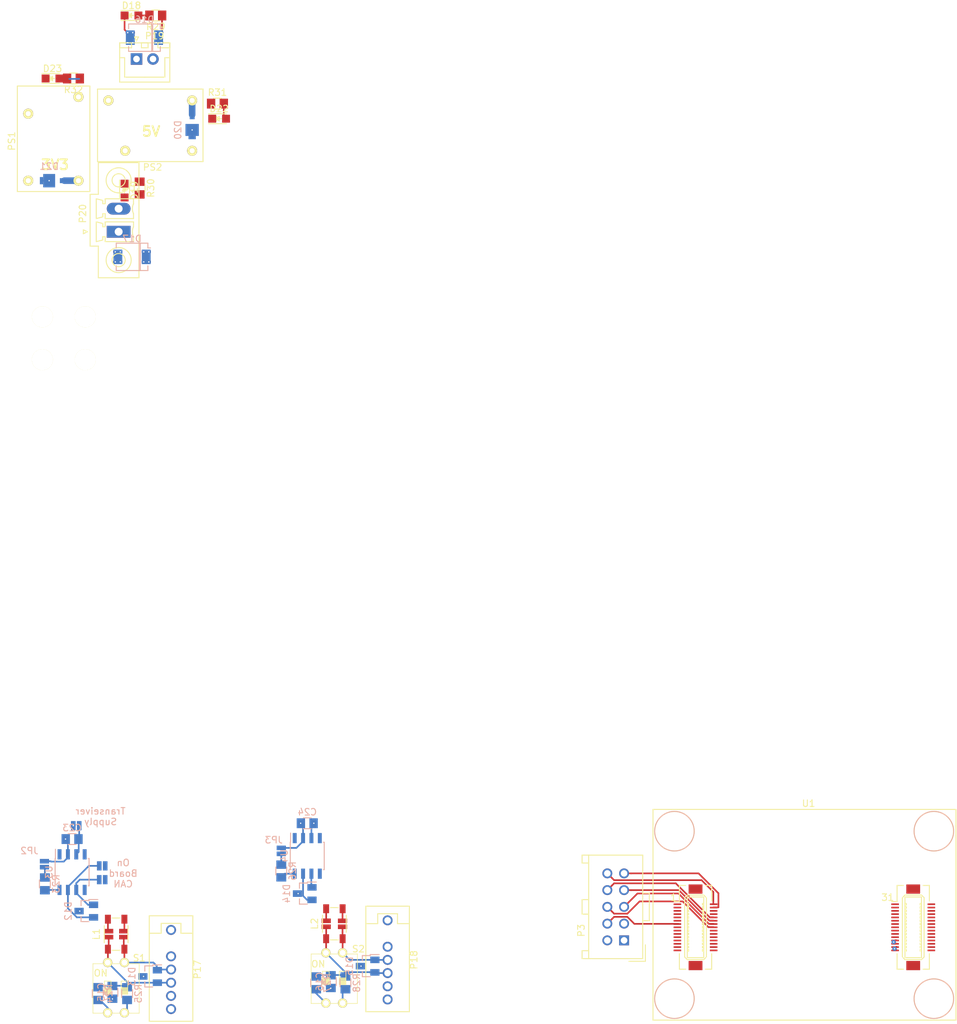
<source format=kicad_pcb>
(kicad_pcb (version 4) (host pcbnew no-vcs-found-product)
  (title_block (company "TERA TU Graz"))
  (layers (0 F.Cu signal) (1 In1.Cu signal) (2 In2.Cu signal) (31 B.Cu signal) (34 B.Paste user) (35 F.Paste user) (36 B.SilkS user hide) (37 F.SilkS user hide) (38 B.Mask user) (39 F.Mask user) (44 Edge.Cuts user))
  (net 0 "")
  (net 1 +3V3)
  (net 2 /CAN_connect/CAN1/CAN_supply)
  (net 3 GND)
  (net 4 /CAN2_RS)
  (net 5 /CAN1_RS)
  (net 6 /~TMP_REF_SHDN)
  (net 7 /JTMS)
  (net 8 /NRST)
  (net 9 /JTCK)
  (net 10 /JTDI)
  (net 11 /JTDO)
  (net 12 /JTNRST)
  (net 13 /USART_TXD)
  (net 14 /USART_RXD)
  (net 15 /TS2)
  (net 16 +5V)
  (net 17 /LEM2)
  (net 18 /LEM1)
  (net 19 /TS4)
  (net 20 /TS1)
  (net 21 /LEM3)
  (net 22 /TS3)
  (net 23 +12L)
  (net 24 +12V)
  (net 25 /Interlock_OK)
  (net 26 /MOSI)
  (net 27 /Precharge_Fault)
  (net 28 /SCLK)
  (net 29 /MISO)
  (net 30 /Main_Fault)
  (net 31 /SuperCharger_Fault)
  (net 32 /FAN_PWM)
  (net 33 /Main_On)
  (net 34 /SuperCharger_ON)
  (net 35 "Net-(R24-Pad1)")
  (net 36 "Net-(R25-Pad1)")
  (net 37 "Net-(R27-Pad1)")
  (net 38 "Net-(R28-Pad1)")
  (net 39 "Net-(C15-Pad1)")
  (net 40 "Net-(R23-Pad1)")
  (net 41 "Net-(D18-Pad2)")
  (net 42 "Net-(R26-Pad1)")
  (net 43 "Net-(C16-Pad1)")
  (net 44 "Net-(D19-Pad2)")
  (net 45 "Net-(D22-Pad2)")
  (net 46 "Net-(D23-Pad2)")
  (net 47 /NFAULT)
  (net 48 /NALERT)
  (net 49 /CAN1_TXD)
  (net 50 /CAN1_RXD)
  (net 51 "Net-(U3-Pad5)")
  (net 52 /CAN2_TXD)
  (net 53 /CAN2_RXD)
  (net 54 "Net-(U4-Pad5)")
  (net 55 /CS_B0)
  (net 56 /CS_B1)
  (net 57 /CS_B2)
  (net 58 /SPI_CS)
  (net 59 "Net-(P18-Pad4)")
  (net 60 "Net-(P17-Pad4)")
  (net 61 /Interlock_On2)
  (net 62 /Interlock_On1)
  (net 63 "Net-(U1-Pad1)")
  (net 64 "Net-(U1-Pad2)")
  (net 65 "Net-(U1-Pad3)")
  (net 66 /FAN_Fault)
  (net 67 "Net-(U1-Pad5)")
  (net 68 "Net-(U1-Pad6)")
  (net 69 "Net-(U1-Pad12)")
  (net 70 "Net-(U1-Pad15)")
  (net 71 "Net-(U1-Pad18)")
  (net 72 "Net-(U1-Pad17)")
  (net 73 "Net-(U1-Pad16)")
  (net 74 "Net-(U1-Pad35)")
  (net 75 /CAN_connect/CAN2/CANperi-)
  (net 76 /CAN_connect/CAN2/CANperi+)
  (net 77 /CAN_connect/CAN1/CANperi-)
  (net 78 /CAN_connect/CAN1/CANperi+)
  (net 79 /CAN_connect/CAN2/CAN-)
  (net 80 /CAN_connect/CAN2/CAN+)
  (net 81 /CAN_connect/CAN1/CAN-)
  (net 82 /CAN_connect/CAN1/CAN+)
  (net 83 /CAN_connect/CAN1-)
  (net 84 /CAN_connect/CAN1+)
  (net 85 "Net-(U1-Pad4)")
  (net 86 "Net-(U1-Pad32)")
  (module Mounting_Holes:MountingHole_3.2mm_M3 (layer F.Cu) (at 24 94)
    (fp_text reference REF** hide)
    (fp_text value MountingHole_3.2mm_M3 hide)
    (pad 1 np_thru_hole circle (at 0 0) (size 3.2 3.2) (drill 3.2) (layers *.Cu *.Mask F.SilkS))
  )
  (module Mounting_Holes:MountingHole_3.2mm_M3 (layer F.Cu) (at 17.5 94)
    (fp_text reference REF** hide)
    (fp_text value MountingHole_3.2mm_M3 hide)
    (pad 1 np_thru_hole circle (at 0 0) (size 3.2 3.2) (drill 3.2) (layers *.Cu *.Mask F.SilkS))
  )
  (module Mounting_Holes:MountingHole_3.2mm_M3 (layer F.Cu) (at 17.5 87.5)
    (fp_text reference REF** hide)
    (fp_text value MountingHole_3.2mm_M3 hide)
    (pad 1 np_thru_hole circle (at 0 0) (size 3.2 3.2) (drill 3.2) (layers *.Cu *.Mask F.SilkS))
  )
  (module tera_general:SOLDERJUMPER_2 (layer F.Cu) (at 60.5455 179.5515)
    (fp_text reference JP9 hide)
    (fp_text value Jumper_NO_Small)
    (pad 1 smd rect (at 0 -0.45) (size 1.4 0.7) (layers F.Cu F.Paste F.Mask) (net 80 /CAN_connect/CAN2/CAN+))
    (pad 2 smd rect (at 0 0.45) (size 1.4 0.7) (layers F.Cu F.Paste F.Mask) (net 76 /CAN_connect/CAN2/CANperi+))
  )
  (module tera_general:SOLDERJUMPER_2 (layer F.Cu) (at 29.8375 181.1205)
    (fp_text reference JP8 hide)
    (fp_text value Jumper_NO_Small)
    (pad 1 smd rect (at 0 -0.45) (size 1.4 0.7) (layers F.Cu F.Paste F.Mask) (net 81 /CAN_connect/CAN1/CAN-))
    (pad 2 smd rect (at 0 0.45) (size 1.4 0.7) (layers F.Cu F.Paste F.Mask) (net 77 /CAN_connect/CAN1/CANperi-))
  )
  (module tera_general:SOLDERJUMPER_2 (layer F.Cu) (at 27.5515 181.1205)
    (fp_text reference JP7 hide)
    (fp_text value Jumper_NO_Small)
    (pad 1 smd rect (at 0 -0.45) (size 1.4 0.7) (layers F.Cu F.Paste F.Mask) (net 82 /CAN_connect/CAN1/CAN+))
    (pad 2 smd rect (at 0 0.45) (size 1.4 0.7) (layers F.Cu F.Paste F.Mask) (net 78 /CAN_connect/CAN1/CANperi+))
  )
  (module tera_general:SOLDERJUMPER_2 (layer B.Cu) (at 26.5695 172.8605 90)
    (fp_text reference JP6 hide)
    (fp_text value Jumper_NO_Small)
    (pad 1 smd rect (at 0 0.45 90) (size 1.4 0.7) (layers B.Cu B.Paste B.Mask) (net 83 /CAN_connect/CAN1-))
    (pad 2 smd rect (at 0 -0.45 90) (size 1.4 0.7) (layers B.Cu B.Paste B.Mask) (net 81 /CAN_connect/CAN1/CAN-))
  )
  (module tera_general:SOLDERJUMPER_2 (layer B.Cu) (at 26.575 170.765 90)
    (fp_text reference JP5 hide)
    (fp_text value Jumper_NO_Small)
    (pad 1 smd rect (at 0 0.45 90) (size 1.4 0.7) (layers B.Cu B.Paste B.Mask) (net 84 /CAN_connect/CAN1+))
    (pad 2 smd rect (at 0 -0.45 90) (size 1.4 0.7) (layers B.Cu B.Paste B.Mask) (net 82 /CAN_connect/CAN1/CAN+))
  )
  (module tera_general:SOLDERJUMPER_2 (layer B.Cu) (at 22.6325 164.669 270)
    (fp_text reference JP4 hide)
    (fp_text value Jumper_NO_Small)
    (pad 1 smd rect (at 0 0.45 270) (size 1.4 0.7) (layers B.Cu B.Paste B.Mask) (net 1 +3V3))
    (pad 2 smd rect (at 0 -0.45 270) (size 1.4 0.7) (layers B.Cu B.Paste B.Mask) (net 2 /CAN_connect/CAN1/CAN_supply))
  )
  (module tera_general:SOLDERJUMPER_2 (layer B.Cu) (at 53.735 168.495 180)
    (fp_text reference JP3 (at 1.143 1.651 180) (layer B.SilkS) (effects (justify mirror)))
    (fp_text value Jumper_NO_Small)
    (pad 1 smd rect (at 0 0.45 180) (size 1.4 0.7) (layers B.Cu B.Paste B.Mask) (net 3 GND))
    (pad 2 smd rect (at 0 -0.45 180) (size 1.4 0.7) (layers B.Cu B.Paste B.Mask) (net 4 /CAN2_RS))
  )
  (module tera_general:SOLDERJUMPER_2 (layer B.Cu) (at 17.812 170.511 180)
    (fp_text reference JP2 (at 2.286 2.032 180) (layer B.SilkS) (effects (justify mirror)))
    (fp_text value Jumper_NO_Small)
    (pad 1 smd rect (at 0 0.45 180) (size 1.4 0.7) (layers B.Cu B.Paste B.Mask) (net 3 GND))
    (pad 2 smd rect (at 0 -0.45 180) (size 1.4 0.7) (layers B.Cu B.Paste B.Mask) (net 5 /CAN1_RS))
  )
  (module tera_general:SOLDERJUMPER_2 (layer F.Cu) (at 63.022 179.557)
    (fp_text reference JP10 hide)
    (fp_text value Jumper_NO_Small)
    (pad 1 smd rect (at 0 -0.45) (size 1.4 0.7) (layers F.Cu F.Paste F.Mask) (net 79 /CAN_connect/CAN2/CAN-))
    (pad 2 smd rect (at 0 0.45) (size 1.4 0.7) (layers F.Cu F.Paste F.Mask) (net 75 /CAN_connect/CAN2/CANperi-))
  )
  (module tera_general:DO-216AA (layer B.Cu) (at 40.213 59.158 90)
    (fp_text reference D20 (at 0 -2.159 90) (layer B.SilkS) (effects (justify mirror)))
    (fp_text value 5V)
    (pad 2 smd rect (at 0 0 90) (size 1.82 2.03) (layers B.Cu B.Paste B.Mask) (net 3 GND))
    (pad 1 smd rect (at 2.31 0 90) (size 1.38 0.75) (layers B.Cu B.Paste B.Mask) (net 16 +5V))
    (pad 2 smd rect (at -1.16 0 90) (size 0.5 1.1) (layers B.Cu B.Paste B.Mask) (net 3 GND))
  )
  (module tera_general:DO-216AA (layer B.Cu) (at 18.525 66.851)
    (fp_text reference D21 (at 0 -2.159) (layer B.SilkS) (effects (justify mirror)))
    (fp_text value 3V3)
    (pad 2 smd rect (at 0 0) (size 1.82 2.03) (layers B.Cu B.Paste B.Mask) (net 3 GND))
    (pad 1 smd rect (at 2.31 0) (size 1.38 0.75) (layers B.Cu B.Paste B.Mask) (net 1 +3V3))
    (pad 2 smd rect (at -1.16 0) (size 0.5 1.1) (layers B.Cu B.Paste B.Mask) (net 3 GND))
  )
  (module Mounting_Holes:MountingHole_3.2mm_M3 (layer F.Cu) (at 24 87.5)
    (fp_text reference REF** hide)
    (fp_text value MountingHole_3.2mm_M3 hide)
    (pad 1 np_thru_hole circle (at 0 0) (size 3.2 3.2) (drill 3.2) (layers *.Cu *.Mask F.SilkS))
  )
  (module TE_switches:TE_1825360-1 (layer F.Cu) (at 27.404622 193.048267)
    (fp_text reference S1 (at 4.782378 -8.305267) (layer F.SilkS))
    (fp_text value SWITCH_02x2POS)
    (fp_text user ON (at -1.059622 -6.019267) (layer F.SilkS))
    (pad 1 thru_hole circle (at 0 0) (size 1.4 1.4) (drill 0.9) (layers *.Cu *.Mask B.Paste F.SilkS) (net 35 "Net-(R24-Pad1)"))
    (pad 4 thru_hole circle (at 0 -7.62) (size 1.4 1.4) (drill 0.9) (layers *.Cu *.Mask B.Paste F.SilkS) (net 78 /CAN_connect/CAN1/CANperi+))
    (pad 2 thru_hole circle (at 2.54 0) (size 1.4 1.4) (drill 0.9) (layers *.Cu *.Mask B.Paste F.SilkS) (net 36 "Net-(R25-Pad1)"))
    (pad 3 thru_hole circle (at 2.54 -7.62) (size 1.4 1.4) (drill 0.9) (layers *.Cu *.Mask B.Paste F.SilkS) (net 77 /CAN_connect/CAN1/CANperi-))
  )
  (module TE_switches:TE_1825360-1 (layer F.Cu) (at 60.499 191.573)
    (fp_text reference S2 (at 4.936 -8.203) (layer F.SilkS))
    (fp_text value SWITCH_02x2POS)
    (fp_text user ON (at -1.16 -5.917) (layer F.SilkS))
    (pad 1 thru_hole circle (at 0 0) (size 1.4 1.4) (drill 0.9) (layers *.Cu *.Mask B.Paste F.SilkS) (net 37 "Net-(R27-Pad1)"))
    (pad 4 thru_hole circle (at 0 -7.62) (size 1.4 1.4) (drill 0.9) (layers *.Cu *.Mask B.Paste F.SilkS) (net 76 /CAN_connect/CAN2/CANperi+))
    (pad 2 thru_hole circle (at 2.54 0) (size 1.4 1.4) (drill 0.9) (layers *.Cu *.Mask B.Paste F.SilkS) (net 38 "Net-(R28-Pad1)"))
    (pad 3 thru_hole circle (at 2.54 -7.62) (size 1.4 1.4) (drill 0.9) (layers *.Cu *.Mask B.Paste F.SilkS) (net 75 /CAN_connect/CAN2/CANperi-))
  )
  (module tera_sot:SOT-23 (layer B.Cu) (at 33.838 187.534 270)
    (fp_text reference D13)
    (fp_text value SUPPRESSOR)
    (fp_text user %R (at 0 2.75 270) (layer B.SilkS) (effects (justify mirror)))
    (pad 1 smd rect (at -0.95 -1.1 270) (size 1 1.4) (layers B.Cu B.Paste B.Mask) (net 77 /CAN_connect/CAN1/CANperi-))
    (pad 2 smd rect (at 0.95 -1.1 270) (size 1 1.4) (layers B.Cu B.Paste B.Mask) (net 78 /CAN_connect/CAN1/CANperi+))
    (pad 3 smd rect (at 0 1.1 270) (size 1 1.4) (layers B.Cu B.Paste B.Mask) (net 3 GND))
  )
  (module tera_sot:SOT-23 (layer B.Cu) (at 24.162 177.623 270)
    (fp_text reference D12)
    (fp_text value SUPPRESSOR)
    (fp_text user %R (at 0 2.75 270) (layer B.SilkS) (effects (justify mirror)))
    (pad 1 smd rect (at -0.95 -1.1 270) (size 1 1.4) (layers B.Cu B.Paste B.Mask) (net 81 /CAN_connect/CAN1/CAN-))
    (pad 2 smd rect (at 0.95 -1.1 270) (size 1 1.4) (layers B.Cu B.Paste B.Mask) (net 82 /CAN_connect/CAN1/CAN+))
    (pad 3 smd rect (at 0 1.1 270) (size 1 1.4) (layers B.Cu B.Paste B.Mask) (net 3 GND))
  )
  (module tera_sot:SOT-23 (layer B.Cu) (at 66.832 185.9705 270)
    (fp_text reference D15)
    (fp_text value SUPPRESSOR)
    (fp_text user %R (at 0 2.75 270) (layer B.SilkS) (effects (justify mirror)))
    (pad 1 smd rect (at -0.95 -1.1 270) (size 1 1.4) (layers B.Cu B.Paste B.Mask) (net 75 /CAN_connect/CAN2/CANperi-))
    (pad 2 smd rect (at 0.95 -1.1 270) (size 1 1.4) (layers B.Cu B.Paste B.Mask) (net 76 /CAN_connect/CAN2/CANperi+))
    (pad 3 smd rect (at 0 1.1 270) (size 1 1.4) (layers B.Cu B.Paste B.Mask) (net 3 GND))
  )
  (module tera_sot:SOT-23 (layer B.Cu) (at 57.291 174.972 270)
    (fp_text reference D14)
    (fp_text value SUPPRESSOR)
    (fp_text user %R (at 0 2.75 270) (layer B.SilkS) (effects (justify mirror)))
    (pad 1 smd rect (at -0.95 -1.1 270) (size 1 1.4) (layers B.Cu B.Paste B.Mask) (net 79 /CAN_connect/CAN2/CAN-))
    (pad 2 smd rect (at 0.95 -1.1 270) (size 1 1.4) (layers B.Cu B.Paste B.Mask) (net 80 /CAN_connect/CAN2/CAN+))
    (pad 3 smd rect (at 0 1.1 270) (size 1 1.4) (layers B.Cu B.Paste B.Mask) (net 3 GND))
  )
  (module tera_rlc:L_ACT45B-XXX-2P_common-mode-choke (layer F.Cu) (at 28.686767 181.128759 90)
    (fp_text reference L1)
    (fp_text value CM_CHOKE)
    (fp_text user %R (at 0 -3 90) (layer F.SilkS))
    (pad 4 smd rect (at -2.275 -1.25 90) (size 1.35 0.9) (layers F.Cu F.Paste F.Mask) (net 78 /CAN_connect/CAN1/CANperi+))
    (pad 3 smd rect (at 2.275 -1.25 90) (size 1.35 0.9) (layers F.Cu F.Paste F.Mask) (net 82 /CAN_connect/CAN1/CAN+))
    (pad 2 smd rect (at 2.275 1.25 90) (size 1.35 0.9) (layers F.Cu F.Paste F.Mask) (net 81 /CAN_connect/CAN1/CAN-))
    (pad 1 smd rect (at -2.275 1.25 90) (size 1.35 0.9) (layers F.Cu F.Paste F.Mask) (net 77 /CAN_connect/CAN1/CANperi-))
  )
  (module tera_rlc:L_ACT45B-XXX-2P_common-mode-choke (layer F.Cu) (at 61.786767 179.542759 90)
    (fp_text reference L2)
    (fp_text value CM_CHOKE)
    (fp_text user %R (at 0 -3 90) (layer F.SilkS))
    (pad 4 smd rect (at -2.275 -1.25 90) (size 1.35 0.9) (layers F.Cu F.Paste F.Mask) (net 76 /CAN_connect/CAN2/CANperi+))
    (pad 3 smd rect (at 2.275 -1.25 90) (size 1.35 0.9) (layers F.Cu F.Paste F.Mask) (net 80 /CAN_connect/CAN2/CAN+))
    (pad 2 smd rect (at 2.275 1.25 90) (size 1.35 0.9) (layers F.Cu F.Paste F.Mask) (net 79 /CAN_connect/CAN2/CAN-))
    (pad 1 smd rect (at -2.275 1.25 90) (size 1.35 0.9) (layers F.Cu F.Paste F.Mask) (net 75 /CAN_connect/CAN2/CANperi-))
  )
  (module tera_rlc:C_0805in (layer B.Cu) (at 61.244 188.32 270)
    (fp_text reference C16)
    (fp_text value 47nF)
    (fp_text user %R (at 0 1.7 270) (layer B.SilkS) (effects (justify mirror)))
    (pad 1 smd rect (at -0.965 0 270) (size 1.27 1.5) (layers B.Cu B.Paste B.Mask) (net 43 "Net-(C16-Pad1)"))
    (pad 2 smd rect (at 0.965 0 270) (size 1.27 1.5) (layers B.Cu B.Paste B.Mask) (net 3 GND))
  )
  (module tera_rlc:C_0805in (layer B.Cu) (at 28.123 189.947 270)
    (fp_text reference C15)
    (fp_text value 47nF)
    (fp_text user %R (at 0 1.7 270) (layer B.SilkS) (effects (justify mirror)))
    (pad 1 smd rect (at -0.965 0 270) (size 1.27 1.5) (layers B.Cu B.Paste B.Mask) (net 39 "Net-(C15-Pad1)"))
    (pad 2 smd rect (at 0.965 0 270) (size 1.27 1.5) (layers B.Cu B.Paste B.Mask) (net 3 GND))
  )
  (module tera_rlc:C_0805in (layer B.Cu) (at 57.672 164.304 180)
    (fp_text reference C24)
    (fp_text value 100n)
    (fp_text user %R (at 0 1.7 180) (layer B.SilkS) (effects (justify mirror)))
    (pad 1 smd rect (at -0.965 0 180) (size 1.27 1.5) (layers B.Cu B.Paste B.Mask) (net 1 +3V3))
    (pad 2 smd rect (at 0.965 0 180) (size 1.27 1.5) (layers B.Cu B.Paste B.Mask) (net 3 GND))
  )
  (module tera_rlc:C_0805in (layer B.Cu) (at 22.003 166.701 180)
    (fp_text reference C23)
    (fp_text value 100n)
    (fp_text user %R (at 0 1.7 180) (layer B.SilkS) (effects (justify mirror)))
    (pad 1 smd rect (at -0.965 0 180) (size 1.27 1.5) (layers B.Cu B.Paste B.Mask) (net 2 /CAN_connect/CAN1/CAN_supply))
    (pad 2 smd rect (at 0.965 0 180) (size 1.27 1.5) (layers B.Cu B.Paste B.Mask) (net 3 GND))
  )
  (module tera_Connectors_Phoenix:MCV_1.5_2-GF-3.5 (layer F.Cu) (at 29.066 74.598 90)
    (fp_text reference P20 (at 2.75 -5.45 90) (layer F.SilkS))
    (fp_text value CONN_01X02_12V_PWR)
    (pad 1 thru_hole rect (at 0 0 90) (size 1.8 3.6) (drill 1.2) (layers *.Cu *.Mask) (net 3 GND))
    (pad 2 thru_hole oval (at 3.5 0 90) (size 1.8 3.6) (drill 1.2) (layers *.Cu *.Mask) (net 23 +12L))
  )
  (module tera_Connectors_Phoenix:CIOC_4-1-FV (layer F.Cu) (at 69.861233 183.028361 270)
    (fp_text reference P18)
    (fp_text value CAN_CON)
    (fp_text user %R (at 2 -4 270) (layer F.SilkS))
    (pad 1 thru_hole circle (at 0 0 270) (size 1.51 1.51) (drill 1) (layers *.Cu *.Mask) (net 3 GND))
    (pad 2 thru_hole circle (at 2 0 270) (size 1.51 1.51) (drill 1) (layers *.Cu *.Mask) (net 75 /CAN_connect/CAN2/CANperi-))
    (pad 3 thru_hole circle (at 4 0 270) (size 1.51 1.51) (drill 1) (layers *.Cu *.Mask) (net 76 /CAN_connect/CAN2/CANperi+))
    (pad 4 thru_hole circle (at 6 0 270) (size 1.51 1.51) (drill 1) (layers *.Cu *.Mask) (net 59 "Net-(P18-Pad4)"))
    (pad "" thru_hole circle (at -4 0 270) (size 1.51 1.51) (drill 1) (layers *.Cu *.Mask))
    (pad "" thru_hole circle (at 8 0 270) (size 1.51 1.51) (drill 1) (layers *.Cu *.Mask))
  )
  (module tera_Connectors_Phoenix:CIOC_4-1-FV (layer F.Cu) (at 37.013 184.4855 270)
    (fp_text reference P17)
    (fp_text value CAN_CON)
    (fp_text user %R (at 2 -4 270) (layer F.SilkS))
    (pad 1 thru_hole circle (at 0 0 270) (size 1.51 1.51) (drill 1) (layers *.Cu *.Mask) (net 3 GND))
    (pad 2 thru_hole circle (at 2 0 270) (size 1.51 1.51) (drill 1) (layers *.Cu *.Mask) (net 77 /CAN_connect/CAN1/CANperi-))
    (pad 3 thru_hole circle (at 4 0 270) (size 1.51 1.51) (drill 1) (layers *.Cu *.Mask) (net 78 /CAN_connect/CAN1/CANperi+))
    (pad 4 thru_hole circle (at 6 0 270) (size 1.51 1.51) (drill 1) (layers *.Cu *.Mask) (net 60 "Net-(P17-Pad4)"))
    (pad "" thru_hole circle (at -4 0 270) (size 1.51 1.51) (drill 1) (layers *.Cu *.Mask))
    (pad "" thru_hole circle (at 8 0 270) (size 1.51 1.51) (drill 1) (layers *.Cu *.Mask))
  )
  (module Boards_Tera:DCDC_Stepdown_v6 (layer F.Cu) (at 15.35 66.851 90)
    (fp_text reference PS1)
    (fp_text value DCDC_Stepdown_v6-3V3)
    (fp_text user %R (at 6 -2.5 90) (layer F.SilkS))
    (pad 1 thru_hole circle (at 0 0 90) (size 1.524 1.524) (drill 0.762) (layers *.Cu *.Mask F.SilkS) (net 24 +12V))
    (pad 4 thru_hole circle (at 10.16 0 90) (size 1.524 1.524) (drill 0.762) (layers *.Cu *.Mask F.SilkS) (net 3 GND))
    (pad 3 thru_hole circle (at 12.7 7.62 90) (size 1.524 1.524) (drill 0.762) (layers *.Cu *.Mask F.SilkS) (net 3 GND))
    (pad 2 thru_hole circle (at 0 7.62 90) (size 1.524 1.524) (drill 0.762) (layers *.Cu *.Mask F.SilkS) (net 1 +3V3))
  )
  (module Boards_Tera:DCDC_Stepdown_v6 (layer F.Cu) (at 40.213 62.309 180)
    (fp_text reference PS2)
    (fp_text value DCDC_Stepdown_v6-5V)
    (fp_text user %R (at 6 -2.5 180) (layer F.SilkS))
    (pad 1 thru_hole circle (at 0 0 180) (size 1.524 1.524) (drill 0.762) (layers *.Cu *.Mask F.SilkS) (net 24 +12V))
    (pad 4 thru_hole circle (at 10.16 0 180) (size 1.524 1.524) (drill 0.762) (layers *.Cu *.Mask F.SilkS) (net 3 GND))
    (pad 3 thru_hole circle (at 12.7 7.62 180) (size 1.524 1.524) (drill 0.762) (layers *.Cu *.Mask F.SilkS) (net 3 GND))
    (pad 2 thru_hole circle (at 0 7.62 180) (size 1.524 1.524) (drill 0.762) (layers *.Cu *.Mask F.SilkS) (net 16 +5V))
  )
  (module tera_rlc:C_0805in (layer B.Cu) (at 63.4665 188.5105 90)
    (fp_text reference R28)
    (fp_text value 60R)
    (fp_text user %R (at 0 1.7 90) (layer B.SilkS) (effects (justify mirror)))
    (pad 1 smd rect (at -0.965 0 90) (size 1.27 1.5) (layers B.Cu B.Paste B.Mask) (net 38 "Net-(R28-Pad1)"))
    (pad 2 smd rect (at 0.965 0 90) (size 1.27 1.5) (layers B.Cu B.Paste B.Mask) (net 43 "Net-(C16-Pad1)"))
  )
  (module tera_rlc:C_0805in (layer F.Cu) (at 22.208 51.357 180)
    (fp_text reference R32)
    (fp_text value 2k2)
    (fp_text user %R (at 0 -1.7 180) (layer F.SilkS))
    (pad 1 smd rect (at -0.965 0 180) (size 1.27 1.5) (layers F.Cu F.Paste F.Mask) (net 1 +3V3))
    (pad 2 smd rect (at 0.965 0 180) (size 1.27 1.5) (layers F.Cu F.Paste F.Mask) (net 46 "Net-(D23-Pad2)"))
  )
  (module tera_rlc:C_0805in (layer F.Cu) (at 44.052 55.167)
    (fp_text reference R31)
    (fp_text value 5k6)
    (fp_text user %R (at 0 -1.7) (layer F.SilkS))
    (pad 1 smd rect (at -0.965 0) (size 1.27 1.5) (layers F.Cu F.Paste F.Mask) (net 16 +5V))
    (pad 2 smd rect (at 0.965 0) (size 1.27 1.5) (layers F.Cu F.Paste F.Mask) (net 45 "Net-(D22-Pad2)"))
  )
  (module tera_rlc:C_0805in (layer F.Cu) (at 32.249 67.972 270)
    (fp_text reference R30)
    (fp_text value 12k)
    (fp_text user %R (at 0 -1.7 270) (layer F.SilkS))
    (pad 1 smd rect (at -0.965 0 270) (size 1.27 1.5) (layers F.Cu F.Paste F.Mask) (net 23 +12L))
    (pad 2 smd rect (at 0.965 0 270) (size 1.27 1.5) (layers F.Cu F.Paste F.Mask) (net 44 "Net-(D19-Pad2)"))
  )
  (module tera_rlc:C_0805in (layer F.Cu) (at 34.695 41.8 180)
    (fp_text reference R29)
    (fp_text value 12k)
    (fp_text user %R (at 0 -1.7 180) (layer F.SilkS))
    (pad 1 smd rect (at -0.965 0 180) (size 1.27 1.5) (layers F.Cu F.Paste F.Mask) (net 24 +12V))
    (pad 2 smd rect (at 0.965 0 180) (size 1.27 1.5) (layers F.Cu F.Paste F.Mask) (net 41 "Net-(D18-Pad2)"))
  )
  (module tera_rlc:C_0805in (layer B.Cu) (at 59.0215 188.5105 90)
    (fp_text reference R27)
    (fp_text value 60R)
    (fp_text user %R (at 0 1.7 90) (layer B.SilkS) (effects (justify mirror)))
    (pad 1 smd rect (at -0.965 0 90) (size 1.27 1.5) (layers B.Cu B.Paste B.Mask) (net 37 "Net-(R27-Pad1)"))
    (pad 2 smd rect (at 0.965 0 90) (size 1.27 1.5) (layers B.Cu B.Paste B.Mask) (net 43 "Net-(C16-Pad1)"))
  )
  (module tera_rlc:C_0805in (layer B.Cu) (at 53.735 171.543 90)
    (fp_text reference R26)
    (fp_text value 56k)
    (fp_text user %R (at 0 1.7 90) (layer B.SilkS) (effects (justify mirror)))
    (pad 1 smd rect (at -0.965 0 90) (size 1.27 1.5) (layers B.Cu B.Paste B.Mask) (net 42 "Net-(R26-Pad1)"))
    (pad 2 smd rect (at 0.965 0 90) (size 1.27 1.5) (layers B.Cu B.Paste B.Mask) (net 4 /CAN2_RS))
  )
  (module tera_rlc:C_0805in (layer B.Cu) (at 30.3455 190.1375 90)
    (fp_text reference R25)
    (fp_text value 60R)
    (fp_text user %R (at 0 1.7 90) (layer B.SilkS) (effects (justify mirror)))
    (pad 1 smd rect (at -0.965 0 90) (size 1.27 1.5) (layers B.Cu B.Paste B.Mask) (net 36 "Net-(R25-Pad1)"))
    (pad 2 smd rect (at 0.965 0 90) (size 1.27 1.5) (layers B.Cu B.Paste B.Mask) (net 39 "Net-(C15-Pad1)"))
  )
  (module tera_rlc:C_0805in (layer B.Cu) (at 25.9005 190.1375 90)
    (fp_text reference R24)
    (fp_text value 60R)
    (fp_text user %R (at 0 1.7 90) (layer B.SilkS) (effects (justify mirror)))
    (pad 1 smd rect (at -0.965 0 90) (size 1.27 1.5) (layers B.Cu B.Paste B.Mask) (net 35 "Net-(R24-Pad1)"))
    (pad 2 smd rect (at 0.965 0 90) (size 1.27 1.5) (layers B.Cu B.Paste B.Mask) (net 39 "Net-(C15-Pad1)"))
  )
  (module tera_rlc:C_0805in (layer B.Cu) (at 17.8755 173.4955 90)
    (fp_text reference R23)
    (fp_text value 56k)
    (fp_text user %R (at 0 1.7 90) (layer B.SilkS) (effects (justify mirror)))
    (pad 1 smd rect (at -0.965 0 90) (size 1.27 1.5) (layers B.Cu B.Paste B.Mask) (net 40 "Net-(R23-Pad1)"))
    (pad 2 smd rect (at 0.965 0 90) (size 1.27 1.5) (layers B.Cu B.Paste B.Mask) (net 5 /CAN1_RS))
  )
  (module tera_diodes:LED_0805 (layer F.Cu) (at 44.306 57.453)
    (fp_text reference D22)
    (fp_text value LED)
    (fp_text user %R (at 0 -1.5) (layer F.SilkS))
    (pad 2 smd rect (at 1.04902 0 180) (size 1.19888 1.19888) (layers F.Cu F.Paste F.Mask) (net 45 "Net-(D22-Pad2)"))
    (pad 1 smd rect (at -1.04902 0 180) (size 1.19888 1.19888) (layers F.Cu F.Paste F.Mask) (net 3 GND))
  )
  (module tera_diodes:LED_0805 (layer F.Cu) (at 29.963 68.353 270)
    (fp_text reference D19)
    (fp_text value LED)
    (fp_text user %R (at 0 -1.5 270) (layer F.SilkS))
    (pad 2 smd rect (at 1.04902 0 90) (size 1.19888 1.19888) (layers F.Cu F.Paste F.Mask) (net 44 "Net-(D19-Pad2)"))
    (pad 1 smd rect (at -1.04902 0 90) (size 1.19888 1.19888) (layers F.Cu F.Paste F.Mask) (net 3 GND))
  )
  (module tera_diodes:LED_0805 (layer F.Cu) (at 31.012 41.8)
    (fp_text reference D18)
    (fp_text value LED)
    (fp_text user %R (at 0 -1.5) (layer F.SilkS))
    (pad 2 smd rect (at 1.04902 0 180) (size 1.19888 1.19888) (layers F.Cu F.Paste F.Mask) (net 41 "Net-(D18-Pad2)"))
    (pad 1 smd rect (at -1.04902 0 180) (size 1.19888 1.19888) (layers F.Cu F.Paste F.Mask) (net 3 GND))
  )
  (module tera_diodes:LED_0805 (layer F.Cu) (at 19.033 51.357)
    (fp_text reference D23)
    (fp_text value LED)
    (fp_text user %R (at 0 -1.5) (layer F.SilkS))
    (pad 2 smd rect (at 1.04902 0 180) (size 1.19888 1.19888) (layers F.Cu F.Paste F.Mask) (net 46 "Net-(D23-Pad2)"))
    (pad 1 smd rect (at -1.04902 0 180) (size 1.19888 1.19888) (layers F.Cu F.Paste F.Mask) (net 3 GND))
  )
  (module tera_atomic_ic:SN65HVD230 (layer B.Cu) (at 22.003 171.7175 270)
    (fp_text reference U3)
    (fp_text value SN65HVD230)
    (fp_text user %R (at 0 3.4925 270) (layer B.SilkS) (effects (justify mirror)))
    (pad 1 smd rect (at -2.7 1.905 270) (size 1.55 0.6) (layers B.Cu B.Paste B.Mask) (net 49 /CAN1_TXD))
    (pad 2 smd rect (at -2.7 0.635 270) (size 1.55 0.6) (layers B.Cu B.Paste B.Mask) (net 3 GND))
    (pad 3 smd rect (at -2.7 -0.635 270) (size 1.55 0.6) (layers B.Cu B.Paste B.Mask) (net 2 /CAN_connect/CAN1/CAN_supply))
    (pad 4 smd rect (at -2.7 -1.905 270) (size 1.55 0.6) (layers B.Cu B.Paste B.Mask) (net 50 /CAN1_RXD))
    (pad 5 smd rect (at 2.7 -1.905 270) (size 1.55 0.6) (layers B.Cu B.Paste B.Mask) (net 51 "Net-(U3-Pad5)"))
    (pad 6 smd rect (at 2.7 -0.635 270) (size 1.55 0.6) (layers B.Cu B.Paste B.Mask) (net 81 /CAN_connect/CAN1/CAN-))
    (pad 7 smd rect (at 2.7 0.635 270) (size 1.55 0.6) (layers B.Cu B.Paste B.Mask) (net 82 /CAN_connect/CAN1/CAN+))
    (pad 8 smd rect (at 2.7 1.905 270) (size 1.55 0.6) (layers B.Cu B.Paste B.Mask) (net 40 "Net-(R23-Pad1)"))
  )
  (module tera_atomic_ic:SN65HVD230 (layer B.Cu) (at 57.672 169.257 270)
    (fp_text reference U4)
    (fp_text value SN65HVD230)
    (fp_text user %R (at 0 3.4925 270) (layer B.SilkS) (effects (justify mirror)))
    (pad 1 smd rect (at -2.7 1.905 270) (size 1.55 0.6) (layers B.Cu B.Paste B.Mask) (net 52 /CAN2_TXD))
    (pad 2 smd rect (at -2.7 0.635 270) (size 1.55 0.6) (layers B.Cu B.Paste B.Mask) (net 3 GND))
    (pad 3 smd rect (at -2.7 -0.635 270) (size 1.55 0.6) (layers B.Cu B.Paste B.Mask) (net 1 +3V3))
    (pad 4 smd rect (at -2.7 -1.905 270) (size 1.55 0.6) (layers B.Cu B.Paste B.Mask) (net 53 /CAN2_RXD))
    (pad 5 smd rect (at 2.7 -1.905 270) (size 1.55 0.6) (layers B.Cu B.Paste B.Mask) (net 54 "Net-(U4-Pad5)"))
    (pad 6 smd rect (at 2.7 -0.635 270) (size 1.55 0.6) (layers B.Cu B.Paste B.Mask) (net 79 /CAN_connect/CAN2/CAN-))
    (pad 7 smd rect (at 2.7 0.635 270) (size 1.55 0.6) (layers B.Cu B.Paste B.Mask) (net 80 /CAN_connect/CAN2/CAN+))
    (pad 8 smd rect (at 2.7 1.905 270) (size 1.55 0.6) (layers B.Cu B.Paste B.Mask) (net 42 "Net-(R26-Pad1)"))
  )
  (module tera_Connectors_JST:JST_XH_B02B-XH-A_02x2.50mm_Straight (layer F.Cu) (at 31.774 48.401)
    (fp_text reference P19)
    (fp_text value CONN_01X02_12V_CRTL)
    (fp_text user %R (at 2.75 -3.5) (layer F.SilkS))
    (pad 1 thru_hole rect (at 0 0) (size 1.75 1.75) (drill 1) (layers *.Cu *.Mask) (net 3 GND))
    (pad 2 thru_hole circle (at 2.5 0) (size 1.75 1.75) (drill 1) (layers *.Cu *.Mask) (net 24 +12V))
  )
  (module tera_diodes:DO-214AA_with_vias_in_pad (layer B.Cu) (at 32.9805 45.1625 180)
    (fp_text reference D16)
    (fp_text value 18V)
    (fp_text user %R (at 0 2.75 180) (layer B.SilkS) (effects (justify mirror)))
    (pad 2 smd rect (at 2.15 0 180) (size 1.34 2.2) (layers B.Cu B.Paste B.Mask) (net 3 GND))
    (pad 1 smd rect (at -2.15 0 180) (size 1.34 2.2) (layers B.Cu B.Paste B.Mask) (net 24 +12V))
    (pad 1 thru_hole circle (at -1.778 0.762 180) (size 0.65 0.65) (drill 0.2) (layers *.Cu *.Mask) (net 24 +12V))
    (pad 1 thru_hole circle (at -2.54 0.762 180) (size 0.65 0.65) (drill 0.2) (layers *.Cu *.Mask) (net 24 +12V))
    (pad 1 thru_hole circle (at -2.54 -0.762 180) (size 0.65 0.65) (drill 0.2) (layers *.Cu *.Mask) (net 24 +12V))
    (pad 1 thru_hole circle (at -1.778 -0.762 180) (size 0.65 0.65) (drill 0.2) (layers *.Cu *.Mask) (net 24 +12V))
    (pad 2 thru_hole circle (at 1.778 0.762 180) (size 0.65 0.65) (drill 0.2) (layers *.Cu *.Mask) (net 3 GND))
    (pad 2 thru_hole circle (at 2.54 0.762 180) (size 0.65 0.65) (drill 0.2) (layers *.Cu *.Mask) (net 3 GND))
    (pad 2 thru_hole circle (at 2.54 -0.762 180) (size 0.65 0.65) (drill 0.2) (layers *.Cu *.Mask) (net 3 GND))
    (pad 2 thru_hole circle (at 1.778 -0.762 180) (size 0.65 0.65) (drill 0.2) (layers *.Cu *.Mask) (net 3 GND))
  )
  (module tera_diodes:DO-214AA_with_vias_in_pad (layer B.Cu) (at 31.098 78.408 180)
    (fp_text reference D17)
    (fp_text value 18V)
    (fp_text user %R (at 0 2.75 180) (layer B.SilkS) (effects (justify mirror)))
    (pad 2 smd rect (at 2.15 0 180) (size 1.34 2.2) (layers B.Cu B.Paste B.Mask) (net 3 GND))
    (pad 1 smd rect (at -2.15 0 180) (size 1.34 2.2) (layers B.Cu B.Paste B.Mask) (net 23 +12L))
    (pad 1 thru_hole circle (at -1.778 0.762 180) (size 0.65 0.65) (drill 0.2) (layers *.Cu *.Mask) (net 23 +12L))
    (pad 1 thru_hole circle (at -2.54 0.762 180) (size 0.65 0.65) (drill 0.2) (layers *.Cu *.Mask) (net 23 +12L))
    (pad 1 thru_hole circle (at -2.54 -0.762 180) (size 0.65 0.65) (drill 0.2) (layers *.Cu *.Mask) (net 23 +12L))
    (pad 1 thru_hole circle (at -1.778 -0.762 180) (size 0.65 0.65) (drill 0.2) (layers *.Cu *.Mask) (net 23 +12L))
    (pad 2 thru_hole circle (at 1.778 0.762 180) (size 0.65 0.65) (drill 0.2) (layers *.Cu *.Mask) (net 3 GND))
    (pad 2 thru_hole circle (at 2.54 0.762 180) (size 0.65 0.65) (drill 0.2) (layers *.Cu *.Mask) (net 3 GND))
    (pad 2 thru_hole circle (at 2.54 -0.762 180) (size 0.65 0.65) (drill 0.2) (layers *.Cu *.Mask) (net 3 GND))
    (pad 2 thru_hole circle (at 1.778 -0.762 180) (size 0.65 0.65) (drill 0.2) (layers *.Cu *.Mask) (net 3 GND))
  )
  (module Boards_Tera:HolyRoly_v2 (layer F.Cu) (at 110.218 194.057)
    (fp_text reference U1)
    (fp_text value HolyRoly_v2)
    (fp_text user 31 (at 35.5 -18.5) (layer F.SilkS))
    (fp_text user 1 (at 3 -18.5) (layer F.SilkS))
    (fp_text user %R (at 23.5 -32.75) (layer F.SilkS))
    (pad "" smd rect (at 6.35 -19.77) (size 2.1 1.4) (layers F.Cu F.Paste F.Mask))
    (pad "" smd rect (at 6.35 -8.17) (size 2.1 1.4) (layers F.Cu F.Paste F.Mask))
    (pad "" np_thru_hole circle (at 8.25 -18.72) (size 0.6 0.6) (drill 0.6) (layers *.Cu))
    (pad "" np_thru_hole circle (at 8.25 -9.22) (size 0.6 0.6) (drill 0.6) (layers *.Cu))
    (pad "" np_thru_hole circle (at 37.47 -18.72 180) (size 0.6 0.6) (drill 0.6) (layers *.Cu))
    (pad "" np_thru_hole circle (at 37.47 -9.22 180) (size 0.6 0.6) (drill 0.6) (layers *.Cu))
    (pad "" smd rect (at 39.37 -19.77 180) (size 2.1 1.4) (layers F.Cu F.Paste F.Mask))
    (pad "" smd rect (at 39.37 -8.17 180) (size 2.1 1.4) (layers F.Cu F.Paste F.Mask))
    (pad "" np_thru_hole circle (at 3.175 -28.575) (size 3.2 3.2) (drill 3.2) (layers *.Cu))
    (pad "" np_thru_hole circle (at 3.175 -3.175) (size 3.2 3.2) (drill 3.2) (layers *.Cu))
    (pad "" np_thru_hole circle (at 42.545 -28.575) (size 3.2 3.2) (drill 3.2) (layers *.Cu))
    (pad "" np_thru_hole circle (at 42.545 -3.175) (size 3.2 3.2) (drill 3.2) (layers *.Cu))
    (pad 1 smd rect (at 3.6 -17.47) (size 1.15 0.25) (layers F.Cu F.Paste F.Mask) (net 63 "Net-(U1-Pad1)"))
    (pad 2 smd rect (at 3.6 -16.97) (size 1.15 0.25) (layers F.Cu F.Paste F.Mask) (net 64 "Net-(U1-Pad2)"))
    (pad 3 smd rect (at 3.6 -16.47) (size 1.15 0.25) (layers F.Cu F.Paste F.Mask) (net 65 "Net-(U1-Pad3)"))
    (pad 4 smd rect (at 3.6 -15.97) (size 1.15 0.25) (layers F.Cu F.Paste F.Mask) (net 85 "Net-(U1-Pad4)"))
    (pad 5 smd rect (at 3.6 -15.47) (size 1.15 0.25) (layers F.Cu F.Paste F.Mask) (net 67 "Net-(U1-Pad5)"))
    (pad 6 smd rect (at 3.6 -14.97) (size 1.15 0.25) (layers F.Cu F.Paste F.Mask) (net 68 "Net-(U1-Pad6)"))
    (pad 7 smd rect (at 3.6 -14.47) (size 1.15 0.25) (layers F.Cu F.Paste F.Mask) (net 8 /NRST))
    (pad 8 smd rect (at 3.6 -13.97) (size 1.15 0.25) (layers F.Cu F.Paste F.Mask) (net 18 /LEM1))
    (pad 9 smd rect (at 3.6 -13.47) (size 1.15 0.25) (layers F.Cu F.Paste F.Mask) (net 17 /LEM2))
    (pad 10 smd rect (at 3.6 -12.97) (size 1.15 0.25) (layers F.Cu F.Paste F.Mask) (net 21 /LEM3))
    (pad 11 smd rect (at 3.6 -12.47) (size 1.15 0.25) (layers F.Cu F.Paste F.Mask) (net 6 /~TMP_REF_SHDN))
    (pad 12 smd rect (at 3.6 -11.97) (size 1.15 0.25) (layers F.Cu F.Paste F.Mask) (net 69 "Net-(U1-Pad12)"))
    (pad 13 smd rect (at 3.6 -11.47) (size 1.15 0.25) (layers F.Cu F.Paste F.Mask) (net 22 /TS3))
    (pad 14 smd rect (at 3.6 -10.97) (size 1.15 0.25) (layers F.Cu F.Paste F.Mask) (net 19 /TS4))
    (pad 15 smd rect (at 3.6 -10.47) (size 1.15 0.25) (layers F.Cu F.Paste F.Mask) (net 70 "Net-(U1-Pad15)"))
    (pad 16 smd rect (at 9.1 -10.47) (size 1.15 0.25) (layers F.Cu F.Paste F.Mask) (net 73 "Net-(U1-Pad16)"))
    (pad 17 smd rect (at 9.1 -10.97) (size 1.15 0.25) (layers F.Cu F.Paste F.Mask) (net 72 "Net-(U1-Pad17)"))
    (pad 18 smd rect (at 9.1 -11.47) (size 1.15 0.25) (layers F.Cu F.Paste F.Mask) (net 71 "Net-(U1-Pad18)"))
    (pad 19 smd rect (at 9.1 -11.97) (size 1.15 0.25) (layers F.Cu F.Paste F.Mask) (net 4 /CAN2_RS))
    (pad 20 smd rect (at 9.1 -12.47) (size 1.15 0.25) (layers F.Cu F.Paste F.Mask) (net 5 /CAN1_RS))
    (pad 21 smd rect (at 9.1 -12.97) (size 1.15 0.25) (layers F.Cu F.Paste F.Mask) (net 61 /Interlock_On2))
    (pad 22 smd rect (at 9.1 -13.47) (size 1.15 0.25) (layers F.Cu F.Paste F.Mask) (net 62 /Interlock_On1))
    (pad 23 smd rect (at 9.1 -13.97) (size 1.15 0.25) (layers F.Cu F.Paste F.Mask) (net 10 /JTDI))
    (pad 24 smd rect (at 9.1 -14.47) (size 1.15 0.25) (layers F.Cu F.Paste F.Mask) (net 9 /JTCK))
    (pad 25 smd rect (at 9.1 -14.97) (size 1.15 0.25) (layers F.Cu F.Paste F.Mask) (net 11 /JTDO))
    (pad 26 smd rect (at 9.1 -15.47) (size 1.15 0.25) (layers F.Cu F.Paste F.Mask) (net 12 /JTNRST))
    (pad 27 smd rect (at 9.1 -15.97) (size 1.15 0.25) (layers F.Cu F.Paste F.Mask) (net 49 /CAN1_TXD))
    (pad 28 smd rect (at 9.1 -16.47) (size 1.15 0.25) (layers F.Cu F.Paste F.Mask) (net 50 /CAN1_RXD))
    (pad 29 smd rect (at 9.1 -16.97) (size 1.15 0.25) (layers F.Cu F.Paste F.Mask) (net 13 /USART_TXD))
    (pad 30 smd rect (at 9.1 -17.47) (size 1.15 0.25) (layers F.Cu F.Paste F.Mask) (net 14 /USART_RXD))
    (pad 31 smd rect (at 36.62 -17.47) (size 1.15 0.25) (layers F.Cu F.Paste F.Mask) (net 7 /JTMS))
    (pad 32 smd rect (at 36.62 -16.97) (size 1.15 0.25) (layers F.Cu F.Paste F.Mask) (net 86 "Net-(U1-Pad32)"))
    (pad 33 smd rect (at 36.62 -16.47) (size 1.15 0.25) (layers F.Cu F.Paste F.Mask) (net 31 /SuperCharger_Fault))
    (pad 34 smd rect (at 36.62 -15.97) (size 1.15 0.25) (layers F.Cu F.Paste F.Mask) (net 34 /SuperCharger_ON))
    (pad 35 smd rect (at 36.62 -15.47) (size 1.15 0.25) (layers F.Cu F.Paste F.Mask) (net 74 "Net-(U1-Pad35)"))
    (pad 36 smd rect (at 36.62 -14.97) (size 1.15 0.25) (layers F.Cu F.Paste F.Mask) (net 27 /Precharge_Fault))
    (pad 37 smd rect (at 36.62 -14.47) (size 1.15 0.25) (layers F.Cu F.Paste F.Mask) (net 47 /NFAULT))
    (pad 38 smd rect (at 36.62 -13.97) (size 1.15 0.25) (layers F.Cu F.Paste F.Mask) (net 57 /CS_B2))
    (pad 39 smd rect (at 36.62 -13.47) (size 1.15 0.25) (layers F.Cu F.Paste F.Mask) (net 56 /CS_B1))
    (pad 40 smd rect (at 36.62 -12.97) (size 1.15 0.25) (layers F.Cu F.Paste F.Mask) (net 53 /CAN2_RXD))
    (pad 41 smd rect (at 36.62 -12.47) (size 1.15 0.25) (layers F.Cu F.Paste F.Mask) (net 52 /CAN2_TXD))
    (pad 42 smd rect (at 36.62 -11.97) (size 1.15 0.25) (layers F.Cu F.Paste F.Mask) (net 3 GND))
    (pad 43 smd rect (at 36.62 -11.47) (size 1.15 0.25) (layers F.Cu F.Paste F.Mask) (net 3 GND))
    (pad 44 smd rect (at 36.62 -10.97) (size 1.15 0.25) (layers F.Cu F.Paste F.Mask) (net 1 +3V3))
    (pad 45 smd rect (at 36.62 -10.47) (size 1.15 0.25) (layers F.Cu F.Paste F.Mask) (net 1 +3V3))
    (pad 46 smd rect (at 42.12 -10.47) (size 1.15 0.25) (layers F.Cu F.Paste F.Mask) (net 25 /Interlock_OK))
    (pad 47 smd rect (at 42.12 -10.97) (size 1.15 0.25) (layers F.Cu F.Paste F.Mask) (net 55 /CS_B0))
    (pad 48 smd rect (at 42.12 -11.47) (size 1.15 0.25) (layers F.Cu F.Paste F.Mask) (net 28 /SCLK))
    (pad 49 smd rect (at 42.12 -11.97) (size 1.15 0.25) (layers F.Cu F.Paste F.Mask) (net 29 /MISO))
    (pad 50 smd rect (at 42.12 -12.47) (size 1.15 0.25) (layers F.Cu F.Paste F.Mask) (net 26 /MOSI))
    (pad 51 smd rect (at 42.12 -12.97) (size 1.15 0.25) (layers F.Cu F.Paste F.Mask) (net 20 /TS1))
    (pad 52 smd rect (at 42.12 -13.47) (size 1.15 0.25) (layers F.Cu F.Paste F.Mask) (net 15 /TS2))
    (pad 53 smd rect (at 42.12 -13.97) (size 1.15 0.25) (layers F.Cu F.Paste F.Mask) (net 58 /SPI_CS))
    (pad 54 smd rect (at 42.12 -14.47) (size 1.15 0.25) (layers F.Cu F.Paste F.Mask) (net 33 /Main_On))
    (pad 55 smd rect (at 42.12 -14.97) (size 1.15 0.25) (layers F.Cu F.Paste F.Mask) (net 30 /Main_Fault))
    (pad 56 smd rect (at 42.12 -15.47) (size 1.15 0.25) (layers F.Cu F.Paste F.Mask) (net 48 /NALERT))
    (pad 57 smd rect (at 42.12 -15.97) (size 1.15 0.25) (layers F.Cu F.Paste F.Mask) (net 66 /FAN_Fault))
    (pad 58 smd rect (at 42.12 -16.47) (size 1.15 0.25) (layers F.Cu F.Paste F.Mask) (net 32 /FAN_PWM))
    (pad 59 smd rect (at 42.12 -16.97) (size 1.15 0.25) (layers F.Cu F.Paste F.Mask) (net 83 /CAN_connect/CAN1-))
    (pad 60 smd rect (at 42.12 -17.47) (size 1.15 0.25) (layers F.Cu F.Paste F.Mask) (net 84 /CAN_connect/CAN1+))
  )
  (module tera_general:TERA_DEBUG (layer F.Cu) (at 105.731 182.066 90)
    (fp_text reference P3)
    (fp_text value TERA_DEBUG)
    (fp_text user %R (at 1.5 -6.5 90) (layer F.SilkS))
    (pad 1 thru_hole rect (at 0 0 90) (size 1.508 1.508) (drill 1) (layers *.Cu *.Mask) (net 3 GND))
    (pad 2 thru_hole circle (at 0 -2.54 90) (size 1.508 1.508) (drill 1) (layers *.Cu *.Mask) (net 1 +3V3))
    (pad 3 thru_hole circle (at 2.54 0 90) (size 1.508 1.508) (drill 1) (layers *.Cu *.Mask) (net 7 /JTMS))
    (pad 5 thru_hole circle (at 5.08 0 90) (size 1.508 1.508) (drill 1) (layers *.Cu *.Mask) (net 9 /JTCK))
    (pad 7 thru_hole circle (at 7.62 0 90) (size 1.508 1.508) (drill 1) (layers *.Cu *.Mask) (net 11 /JTDO))
    (pad 9 thru_hole circle (at 10.16 0 90) (size 1.508 1.508) (drill 1) (layers *.Cu *.Mask) (net 13 /USART_TXD))
    (pad 10 thru_hole circle (at 10.16 -2.54 90) (size 1.508 1.508) (drill 1) (layers *.Cu *.Mask) (net 14 /USART_RXD))
    (pad 8 thru_hole circle (at 7.62 -2.54 90) (size 1.508 1.508) (drill 1) (layers *.Cu *.Mask) (net 12 /JTNRST))
    (pad 6 thru_hole circle (at 5.08 -2.54 90) (size 1.508 1.508) (drill 1) (layers *.Cu *.Mask) (net 10 /JTDI))
    (pad 4 thru_hole circle (at 2.54 -2.54 90) (size 1.508 1.508) (drill 1) (layers *.Cu *.Mask) (net 8 /NRST))
  )
  (gr_text "On\nBoard\nCAN" (at 29.75 171.908) (layer B.SilkS) (effects (font (size 1 1)) (justify mirror)))
  (gr_text "Transeiver\nSupply" (at 26.321 163.272) (layer B.SilkS) (effects (font (size 1 1)) (justify mirror)))
  (gr_text 3V3 (at 19.414 64.438) (layer F.SilkS) (effects (font (size 1.5 1.5) (thickness 0.3))))
  (gr_text 5V (at 33.99 59.388) (layer F.SilkS) (effects (font (size 1.5 1.5) (thickness 0.3))))
  (segment (start 21.573 51.418) (end 23.097 51.418) (width 0.25) (layer B.Cu) (net 0))
  (segment (start 147.068 183.557) (end 146.973 183.557) (width 0.25) (layer F.Cu) (net 1))
  (segment (start 146.973 183.557) (end 146.752 183.336) (width 0.25) (layer F.Cu) (net 1))
  (segment (start 147.068 183.057) (end 147.031 183.057) (width 0.25) (layer F.Cu) (net 1))
  (segment (start 147.031 183.057) (end 146.752 183.336) (width 0.25) (layer F.Cu) (net 1))
  (via (at 146.752 183.336) (size 0.65) (drill 0.2) (layers F.Cu B.Cu) (net 1))
  (segment (start 58.307 166.557) (end 58.307 164.669) (width 0.25) (layer B.Cu) (net 1))
  (segment (start 58.307 164.669) (end 58.672 164.304) (width 0.25) (layer B.Cu) (net 1))
  (via (at 58.672 164.304) (size 0.65) (drill 0.2) (layers F.Cu B.Cu) (net 1))
  (via (at 22.1825 164.669) (size 0.65) (drill 0.2) (layers F.Cu B.Cu) (net 1))
  (segment (start 20.835 66.851) (end 22.97 66.851) (width 1) (layer B.Cu) (net 1))
  (segment (start 23.003 166.701) (end 23.003 168.6525) (width 0.25) (layer B.Cu) (net 2))
  (segment (start 23.003 168.6525) (end 22.638 169.0175) (width 0.25) (layer B.Cu) (net 2))
  (segment (start 23.0825 164.669) (end 23.0825 166.6215) (width 0.25) (layer B.Cu) (net 2))
  (segment (start 23.0825 166.6215) (end 23.003 166.701) (width 0.25) (layer B.Cu) (net 2))
  (via (at 65.83378 185.9705) (size 0.65) (drill 0.2) (layers F.Cu B.Cu) (net 3))
  (via (at 32.83978 187.534) (size 0.65) (drill 0.2) (layers F.Cu B.Cu) (net 3))
  (segment (start 147.068 182.057) (end 146.888 182.057) (width 0.25) (layer F.Cu) (net 3))
  (segment (start 146.888 182.057) (end 146.625 182.32) (width 0.25) (layer F.Cu) (net 3))
  (segment (start 147.068 182.557) (end 146.862 182.557) (width 0.25) (layer F.Cu) (net 3))
  (segment (start 146.862 182.557) (end 146.625 182.32) (width 0.25) (layer F.Cu) (net 3))
  (via (at 146.625 182.32) (size 0.65) (drill 0.2) (layers F.Cu B.Cu) (net 3))
  (segment (start 57.037 166.557) (end 57.037 164.669) (width 0.25) (layer B.Cu) (net 3))
  (segment (start 57.037 164.669) (end 56.672 164.304) (width 0.25) (layer B.Cu) (net 3))
  (via (at 56.672 164.304) (size 0.65) (drill 0.2) (layers F.Cu B.Cu) (net 3))
  (segment (start 53.735 168.045) (end 56.024 168.045) (width 0.25) (layer B.Cu) (net 3))
  (segment (start 56.024 168.045) (end 57.037 167.032) (width 0.25) (layer B.Cu) (net 3))
  (segment (start 57.037 167.032) (end 57.037 166.557) (width 0.25) (layer B.Cu) (net 3))
  (via (at 56.29278 174.972) (size 0.65) (drill 0.2) (layers F.Cu B.Cu) (net 3))
  (via (at 61.244 189.32) (size 0.65) (drill 0.2) (layers F.Cu B.Cu) (net 3))
  (segment (start 21.368 169.0175) (end 21.368 167.066) (width 0.25) (layer B.Cu) (net 3))
  (segment (start 21.368 167.066) (end 21.003 166.701) (width 0.25) (layer B.Cu) (net 3))
  (via (at 21.003 166.701) (size 0.65) (drill 0.2) (layers F.Cu B.Cu) (net 3))
  (segment (start 17.812 170.061) (end 18.762 170.061) (width 0.25) (layer B.Cu) (net 3))
  (segment (start 18.762 170.061) (end 18.818501 170.117501) (width 0.25) (layer B.Cu) (net 3))
  (segment (start 18.818501 170.117501) (end 20.742999 170.117501) (width 0.25) (layer B.Cu) (net 3))
  (segment (start 20.742999 170.117501) (end 21.368 169.4925) (width 0.25) (layer B.Cu) (net 3))
  (segment (start 21.368 169.4925) (end 21.368 169.0175) (width 0.25) (layer B.Cu) (net 3))
  (via (at 23.16378 177.623) (size 0.65) (drill 0.2) (layers F.Cu B.Cu) (net 3))
  (segment (start 17.365 66.851) (end 18.525 66.851) (width 0.25) (layer B.Cu) (net 3))
  (via (at 18.525 66.851) (size 0.65) (drill 0.2) (layers F.Cu B.Cu) (net 3))
  (segment (start 40.213 60.318) (end 40.213 59.158) (width 0.25) (layer B.Cu) (net 3))
  (via (at 40.213 59.158) (size 0.65) (drill 0.2) (layers F.Cu B.Cu) (net 3))
  (via (at 28.123 190.947) (size 0.65) (drill 0.2) (layers F.Cu B.Cu) (net 3))
  (segment (start 29.96298 41.8) (end 29.96298 43.94498) (width 0.25) (layer F.Cu) (net 3))
  (segment (start 29.96298 43.94498) (end 30.4805 44.4625) (width 0.25) (layer F.Cu) (net 3))
  (segment (start 53.581 170.593) (end 53.735 170.593) (width 0.25) (layer B.Cu) (net 4))
  (segment (start 53.735 170.593) (end 53.735 168.945) (width 0.25) (layer B.Cu) (net 4))
  (segment (start 17.8755 172.5455) (end 17.8755 171.0245) (width 0.25) (layer B.Cu) (net 5))
  (segment (start 17.8755 171.0245) (end 17.812 170.961) (width 0.25) (layer B.Cu) (net 5))
  (segment (start 113.968 179.557) (end 107.284922 179.557) (width 0.25) (layer F.Cu) (net 8))
  (segment (start 107.284922 179.557) (end 106.224921 178.496999) (width 0.25) (layer F.Cu) (net 8))
  (segment (start 106.224921 178.496999) (end 104.220001 178.496999) (width 0.25) (layer F.Cu) (net 8))
  (segment (start 104.220001 178.496999) (end 103.944999 178.772001) (width 0.25) (layer F.Cu) (net 8))
  (segment (start 103.944999 178.772001) (end 103.191 179.526) (width 0.25) (layer F.Cu) (net 8))
  (segment (start 113.9807 174.954) (end 107.763 174.954) (width 0.25) (layer F.Cu) (net 9))
  (segment (start 119.268 179.557) (end 118.5837 179.557) (width 0.25) (layer F.Cu) (net 9))
  (segment (start 106.484999 176.232001) (end 105.731 176.986) (width 0.25) (layer F.Cu) (net 9))
  (segment (start 107.763 174.954) (end 106.484999 176.232001) (width 0.25) (layer F.Cu) (net 9))
  (segment (start 118.5837 179.557) (end 113.9807 174.954) (width 0.25) (layer F.Cu) (net 9))
  (segment (start 118.518 180.057) (end 114.617999 176.156999) (width 0.25) (layer F.Cu) (net 10))
  (segment (start 108.082923 176.156999) (end 106.224921 178.015001) (width 0.25) (layer F.Cu) (net 10))
  (segment (start 114.617999 176.156999) (end 108.082923 176.156999) (width 0.25) (layer F.Cu) (net 10))
  (segment (start 119.268 180.057) (end 118.518 180.057) (width 0.25) (layer F.Cu) (net 10))
  (segment (start 103.944999 177.739999) (end 103.191 176.986) (width 0.25) (layer F.Cu) (net 10))
  (segment (start 106.224921 178.015001) (end 104.220001 178.015001) (width 0.25) (layer F.Cu) (net 10))
  (segment (start 104.220001 178.015001) (end 103.944999 177.739999) (width 0.25) (layer F.Cu) (net 10))
  (segment (start 106.797317 174.446) (end 105.731 174.446) (width 0.25) (layer F.Cu) (net 11))
  (segment (start 118.6494 179.057) (end 114.0384 174.446) (width 0.25) (layer F.Cu) (net 11))
  (segment (start 114.0384 174.446) (end 106.797317 174.446) (width 0.25) (layer F.Cu) (net 11))
  (segment (start 119.268 179.057) (end 118.6494 179.057) (width 0.25) (layer F.Cu) (net 11))
  (segment (start 103.944999 173.692001) (end 103.191 174.446) (width 0.25) (layer F.Cu) (net 12))
  (segment (start 104.220001 173.416999) (end 103.944999 173.692001) (width 0.25) (layer F.Cu) (net 12))
  (segment (start 119.268 178.557) (end 118.7151 178.557) (width 0.25) (layer F.Cu) (net 12))
  (segment (start 113.575099 173.416999) (end 104.220001 173.416999) (width 0.25) (layer F.Cu) (net 12))
  (segment (start 118.7151 178.557) (end 113.575099 173.416999) (width 0.25) (layer F.Cu) (net 12))
  (segment (start 119.268 177.057) (end 120.018 177.057) (width 0.25) (layer F.Cu) (net 13))
  (segment (start 120.018 177.057) (end 120.043001 177.031999) (width 0.25) (layer F.Cu) (net 13))
  (segment (start 120.043001 177.031999) (end 120.043001 174.9213) (width 0.25) (layer F.Cu) (net 13))
  (segment (start 120.043001 174.9213) (end 117.027701 171.906) (width 0.25) (layer F.Cu) (net 13))
  (segment (start 117.027701 171.906) (end 106.797317 171.906) (width 0.25) (layer F.Cu) (net 13))
  (segment (start 106.797317 171.906) (end 105.731 171.906) (width 0.25) (layer F.Cu) (net 13))
  (segment (start 119.268 176.557) (end 119.268 174.711998) (width 0.25) (layer F.Cu) (net 14))
  (segment (start 103.944999 172.659999) (end 103.191 171.906) (width 0.25) (layer F.Cu) (net 14))
  (segment (start 119.268 174.711998) (end 117.491003 172.935001) (width 0.25) (layer F.Cu) (net 14))
  (segment (start 104.220001 172.935001) (end 103.944999 172.659999) (width 0.25) (layer F.Cu) (net 14))
  (segment (start 117.491003 172.935001) (end 104.220001 172.935001) (width 0.25) (layer F.Cu) (net 14))
  (segment (start 40.213 56.848) (end 40.213 54.689) (width 1) (layer B.Cu) (net 16))
  (segment (start 35.645 41.8) (end 35.645 44.298) (width 0.25) (layer F.Cu) (net 24))
  (segment (start 35.645 44.298) (end 35.4805 44.4625) (width 0.25) (layer F.Cu) (net 24))
  (segment (start 25.9005 191.0875) (end 26.2005 191.0875) (width 0.25) (layer B.Cu) (net 35))
  (segment (start 26.2005 191.0875) (end 27.404622 192.291622) (width 0.25) (layer B.Cu) (net 35))
  (segment (start 27.404622 192.291622) (end 27.404622 193.048267) (width 0.25) (layer B.Cu) (net 35))
  (segment (start 30.3455 191.0875) (end 30.3455 192.647389) (width 0.25) (layer B.Cu) (net 36))
  (segment (start 30.3455 192.647389) (end 29.944622 193.048267) (width 0.25) (layer B.Cu) (net 36))
  (segment (start 60.499 191.573) (end 59.0215 190.0955) (width 0.25) (layer B.Cu) (net 37))
  (segment (start 59.0215 190.0955) (end 59.0215 189.4605) (width 0.25) (layer B.Cu) (net 37))
  (segment (start 63.039 189.888) (end 63.4665 189.4605) (width 0.25) (layer B.Cu) (net 38))
  (segment (start 63.039 191.573) (end 63.039 189.888) (width 0.25) (layer B.Cu) (net 38))
  (segment (start 28.123 188.947) (end 26.141 188.947) (width 0.25) (layer B.Cu) (net 39))
  (segment (start 26.141 188.947) (end 25.9005 189.1875) (width 0.25) (layer B.Cu) (net 39))
  (segment (start 28.123 188.947) (end 30.105 188.947) (width 0.25) (layer B.Cu) (net 39))
  (segment (start 30.105 188.947) (end 30.3455 189.1875) (width 0.25) (layer B.Cu) (net 39))
  (segment (start 20.098 174.4175) (end 17.9035 174.4175) (width 0.25) (layer B.Cu) (net 40))
  (segment (start 17.9035 174.4175) (end 17.8755 174.4455) (width 0.25) (layer B.Cu) (net 40))
  (segment (start 32.06102 41.8) (end 33.745 41.8) (width 0.25) (layer F.Cu) (net 41))
  (segment (start 55.767 171.957) (end 54.271 171.957) (width 0.25) (layer B.Cu) (net 42))
  (segment (start 54.271 171.957) (end 53.735 172.493) (width 0.25) (layer B.Cu) (net 42))
  (segment (start 61.244 187.32) (end 63.226 187.32) (width 0.25) (layer B.Cu) (net 43))
  (segment (start 63.226 187.32) (end 63.4665 187.5605) (width 0.25) (layer B.Cu) (net 43))
  (segment (start 61.244 187.32) (end 59.262 187.32) (width 0.25) (layer B.Cu) (net 43))
  (segment (start 59.262 187.32) (end 59.0215 187.5605) (width 0.25) (layer B.Cu) (net 43))
  (segment (start 45.002 55.167) (end 45.002 57.09998) (width 0.25) (layer F.Cu) (net 45))
  (segment (start 45.002 57.09998) (end 45.35502 57.453) (width 0.25) (layer F.Cu) (net 45))
  (segment (start 21.258 51.357) (end 20.08202 51.357) (width 0.25) (layer F.Cu) (net 46))
  (segment (start 67.83276 185.0205) (end 64.1065 185.0205) (width 0.25) (layer B.Cu) (net 75))
  (segment (start 69.861233 185.028361) (end 67.840621 185.028361) (width 0.25) (layer B.Cu) (net 75))
  (segment (start 67.840621 185.028361) (end 67.83276 185.0205) (width 0.25) (layer B.Cu) (net 75))
  (segment (start 63.036767 181.817759) (end 63.036767 183.950767) (width 0.25) (layer F.Cu) (net 75))
  (segment (start 63.022 180.007) (end 63.022 181.802992) (width 0.25) (layer F.Cu) (net 75))
  (segment (start 63.022 181.802992) (end 63.036767 181.817759) (width 0.25) (layer F.Cu) (net 75))
  (segment (start 64.1065 185.0205) (end 63.039 183.953) (width 0.25) (layer B.Cu) (net 75))
  (segment (start 63.036767 183.950767) (end 63.039 183.953) (width 0.25) (layer F.Cu) (net 75))
  (segment (start 63.431499 186.885499) (end 60.499 183.953) (width 0.25) (layer B.Cu) (net 76))
  (segment (start 60.536767 181.817759) (end 60.536767 183.915233) (width 0.25) (layer F.Cu) (net 76))
  (segment (start 60.536767 183.915233) (end 60.499 183.953) (width 0.25) (layer F.Cu) (net 76))
  (segment (start 67.147709 186.885499) (end 63.431499 186.885499) (width 0.25) (layer B.Cu) (net 76))
  (segment (start 67.83276 186.9205) (end 67.18271 186.9205) (width 0.25) (layer B.Cu) (net 76))
  (segment (start 67.18271 186.9205) (end 67.147709 186.885499) (width 0.25) (layer B.Cu) (net 76))
  (segment (start 69.861233 187.028361) (end 67.940621 187.028361) (width 0.25) (layer B.Cu) (net 76))
  (segment (start 67.940621 187.028361) (end 67.83276 186.9205) (width 0.25) (layer B.Cu) (net 76))
  (segment (start 60.5455 180.0015) (end 60.5455 181.809026) (width 0.25) (layer F.Cu) (net 76))
  (segment (start 60.5455 181.809026) (end 60.536767 181.817759) (width 0.25) (layer F.Cu) (net 76))
  (segment (start 34.83876 185.93395) (end 34.83876 186.584) (width 0.25) (layer B.Cu) (net 77))
  (segment (start 37.013 186.4855) (end 34.93726 186.4855) (width 0.25) (layer B.Cu) (net 77))
  (segment (start 34.93726 186.4855) (end 34.83876 186.584) (width 0.25) (layer B.Cu) (net 77))
  (segment (start 29.8375 181.5705) (end 29.8375 183.304492) (width 0.25) (layer F.Cu) (net 77))
  (segment (start 29.8375 183.304492) (end 29.936767 183.403759) (width 0.25) (layer F.Cu) (net 77))
  (segment (start 29.936767 183.403759) (end 29.936767 185.420412) (width 0.25) (layer F.Cu) (net 77))
  (segment (start 34.333077 185.428267) (end 34.83876 185.93395) (width 0.25) (layer B.Cu) (net 77))
  (segment (start 29.944622 185.428267) (end 34.333077 185.428267) (width 0.25) (layer B.Cu) (net 77))
  (segment (start 29.936767 185.420412) (end 29.944622 185.428267) (width 0.25) (layer F.Cu) (net 77))
  (segment (start 27.404622 185.428267) (end 30.460355 188.484) (width 0.25) (layer B.Cu) (net 78))
  (segment (start 27.436767 183.403759) (end 27.436767 185.396122) (width 0.25) (layer F.Cu) (net 78))
  (segment (start 27.436767 185.396122) (end 27.404622 185.428267) (width 0.25) (layer F.Cu) (net 78))
  (segment (start 30.460355 188.484) (end 34.83876 188.484) (width 0.25) (layer B.Cu) (net 78))
  (segment (start 37.013 188.4855) (end 34.84026 188.4855) (width 0.25) (layer B.Cu) (net 78))
  (segment (start 34.84026 188.4855) (end 34.83876 188.484) (width 0.25) (layer B.Cu) (net 78))
  (segment (start 27.5515 181.5705) (end 27.5515 183.289026) (width 0.25) (layer F.Cu) (net 78))
  (segment (start 27.5515 183.289026) (end 27.436767 183.403759) (width 0.25) (layer F.Cu) (net 78))
  (segment (start 58.29176 174.022) (end 58.29176 171.97224) (width 0.25) (layer B.Cu) (net 79))
  (segment (start 58.29176 171.97224) (end 58.307 171.957) (width 0.25) (layer B.Cu) (net 79))
  (segment (start 63.022 179.107) (end 63.022 177.282526) (width 0.25) (layer F.Cu) (net 79))
  (segment (start 63.022 177.282526) (end 63.036767 177.267759) (width 0.25) (layer F.Cu) (net 79))
  (segment (start 57.037 171.957) (end 57.037 175.31729) (width 0.25) (layer B.Cu) (net 80))
  (segment (start 57.037 175.31729) (end 57.64171 175.922) (width 0.25) (layer B.Cu) (net 80))
  (segment (start 57.64171 175.922) (end 58.29176 175.922) (width 0.25) (layer B.Cu) (net 80))
  (segment (start 60.5455 179.1015) (end 60.5455 177.276492) (width 0.25) (layer F.Cu) (net 80))
  (segment (start 60.5455 177.276492) (end 60.536767 177.267759) (width 0.25) (layer F.Cu) (net 80))
  (segment (start 22.638 174.4175) (end 22.638 173.3925) (width 0.25) (layer B.Cu) (net 81))
  (segment (start 22.638 173.3925) (end 23.17 172.8605) (width 0.25) (layer B.Cu) (net 81))
  (segment (start 23.17 172.8605) (end 26.1195 172.8605) (width 0.25) (layer B.Cu) (net 81))
  (segment (start 25.16276 176.673) (end 24.4185 176.673) (width 0.25) (layer B.Cu) (net 81))
  (segment (start 24.4185 176.673) (end 22.638 174.8925) (width 0.25) (layer B.Cu) (net 81))
  (segment (start 22.638 174.8925) (end 22.638 174.4175) (width 0.25) (layer B.Cu) (net 81))
  (segment (start 29.936767 178.853759) (end 29.936767 180.571233) (width 0.25) (layer F.Cu) (net 81))
  (segment (start 29.936767 180.571233) (end 29.8375 180.6705) (width 0.25) (layer F.Cu) (net 81))
  (segment (start 21.368 174.4175) (end 21.368 173.9425) (width 0.25) (layer B.Cu) (net 82))
  (segment (start 21.368 173.9425) (end 24.5455 170.765) (width 0.25) (layer B.Cu) (net 82))
  (segment (start 24.5455 170.765) (end 26.125 170.765) (width 0.25) (layer B.Cu) (net 82))
  (segment (start 25.16276 178.573) (end 22.728678 178.573) (width 0.25) (layer B.Cu) (net 82))
  (segment (start 21.368 177.212322) (end 21.368 174.4175) (width 0.25) (layer B.Cu) (net 82))
  (segment (start 22.728678 178.573) (end 21.368 177.212322) (width 0.25) (layer B.Cu) (net 82))
  (segment (start 27.436767 178.853759) (end 27.436767 180.555767) (width 0.25) (layer F.Cu) (net 82))
  (segment (start 27.436767 180.555767) (end 27.5515 180.6705) (width 0.25) (layer F.Cu) (net 82))
)
</source>
